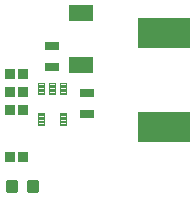
<source format=gtp>
G04 EAGLE Gerber RS-274X export*
G75*
%MOMM*%
%FSLAX34Y34*%
%LPD*%
%INSolderpaste Top*%
%IPPOS*%
%AMOC8*
5,1,8,0,0,1.08239X$1,22.5*%
G01*
%ADD10R,1.200000X0.800000*%
%ADD11R,0.850000X0.900000*%
%ADD12R,2.100000X1.400000*%
%ADD13C,0.300000*%
%ADD14R,4.500000X2.600000*%
%ADD15C,0.120000*%


D10*
X195000Y371000D03*
X195000Y389000D03*
X165000Y429000D03*
X165000Y411000D03*
D11*
X140800Y390000D03*
X129200Y390000D03*
D12*
X190000Y413000D03*
X190000Y457000D03*
D13*
X134730Y313500D02*
X134730Y306500D01*
X127730Y306500D01*
X127730Y313500D01*
X134730Y313500D01*
X134730Y309350D02*
X127730Y309350D01*
X127730Y312200D02*
X134730Y312200D01*
X152270Y313500D02*
X152270Y306500D01*
X145270Y306500D01*
X145270Y313500D01*
X152270Y313500D01*
X152270Y309350D02*
X145270Y309350D01*
X145270Y312200D02*
X152270Y312200D01*
D14*
X260000Y360000D03*
X260000Y440000D03*
D11*
X140800Y405000D03*
X129200Y405000D03*
X129200Y375000D03*
X140800Y375000D03*
X129200Y335000D03*
X140800Y335000D03*
D15*
X172100Y388100D02*
X172100Y397900D01*
X176900Y397900D01*
X176900Y388100D01*
X172100Y388100D01*
X172100Y389240D02*
X176900Y389240D01*
X176900Y390380D02*
X172100Y390380D01*
X172100Y391520D02*
X176900Y391520D01*
X176900Y392660D02*
X172100Y392660D01*
X172100Y393800D02*
X176900Y393800D01*
X176900Y394940D02*
X172100Y394940D01*
X172100Y396080D02*
X176900Y396080D01*
X176900Y397220D02*
X172100Y397220D01*
X162600Y397900D02*
X162600Y388100D01*
X162600Y397900D02*
X167400Y397900D01*
X167400Y388100D01*
X162600Y388100D01*
X162600Y389240D02*
X167400Y389240D01*
X167400Y390380D02*
X162600Y390380D01*
X162600Y391520D02*
X167400Y391520D01*
X167400Y392660D02*
X162600Y392660D01*
X162600Y393800D02*
X167400Y393800D01*
X167400Y394940D02*
X162600Y394940D01*
X162600Y396080D02*
X167400Y396080D01*
X167400Y397220D02*
X162600Y397220D01*
X153100Y397900D02*
X153100Y388100D01*
X153100Y397900D02*
X157900Y397900D01*
X157900Y388100D01*
X153100Y388100D01*
X153100Y389240D02*
X157900Y389240D01*
X157900Y390380D02*
X153100Y390380D01*
X153100Y391520D02*
X157900Y391520D01*
X157900Y392660D02*
X153100Y392660D01*
X153100Y393800D02*
X157900Y393800D01*
X157900Y394940D02*
X153100Y394940D01*
X153100Y396080D02*
X157900Y396080D01*
X157900Y397220D02*
X153100Y397220D01*
X153100Y371900D02*
X153100Y362100D01*
X153100Y371900D02*
X157900Y371900D01*
X157900Y362100D01*
X153100Y362100D01*
X153100Y363240D02*
X157900Y363240D01*
X157900Y364380D02*
X153100Y364380D01*
X153100Y365520D02*
X157900Y365520D01*
X157900Y366660D02*
X153100Y366660D01*
X153100Y367800D02*
X157900Y367800D01*
X157900Y368940D02*
X153100Y368940D01*
X153100Y370080D02*
X157900Y370080D01*
X157900Y371220D02*
X153100Y371220D01*
X172100Y371900D02*
X172100Y362100D01*
X172100Y371900D02*
X176900Y371900D01*
X176900Y362100D01*
X172100Y362100D01*
X172100Y363240D02*
X176900Y363240D01*
X176900Y364380D02*
X172100Y364380D01*
X172100Y365520D02*
X176900Y365520D01*
X176900Y366660D02*
X172100Y366660D01*
X172100Y367800D02*
X176900Y367800D01*
X176900Y368940D02*
X172100Y368940D01*
X172100Y370080D02*
X176900Y370080D01*
X176900Y371220D02*
X172100Y371220D01*
M02*

</source>
